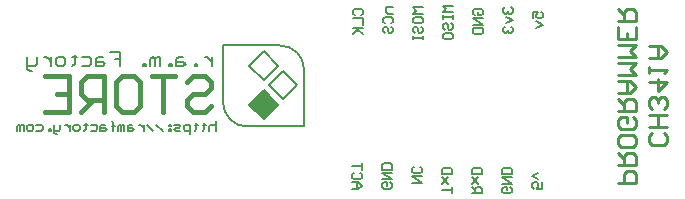
<source format=gbo>
G04 Layer_Color=32896*
%FSLAX25Y25*%
%MOIN*%
G70*
G01*
G75*
%ADD12C,0.00787*%
%ADD13C,0.01000*%
%ADD15C,0.01575*%
%ADD39C,0.00598*%
%ADD59C,0.00600*%
G04:AMPARAMS|DCode=60|XSize=67.64mil|YSize=67.63mil|CornerRadius=0mil|HoleSize=0mil|Usage=FLASHONLY|Rotation=135.000|XOffset=0mil|YOffset=0mil|HoleType=Round|Shape=Rectangle|*
%AMROTATEDRECTD60*
4,1,4,0.04783,-0.00000,0.00000,-0.04783,-0.04783,0.00000,-0.00000,0.04783,0.04783,-0.00000,0.0*
%
%ADD60ROTATEDRECTD60*%

D12*
X446000Y471300D02*
G03*
X454000Y463300I8000J0D01*
G01*
X473000Y482300D02*
G03*
X465000Y490300I-8000J0D01*
G01*
X454717Y483583D02*
X459500Y478800D01*
X446000Y471300D02*
Y490300D01*
X465000D01*
X473000Y463300D02*
Y482300D01*
X454000Y463300D02*
X473000D01*
X461218Y477082D02*
X466000Y472300D01*
X461218Y477082D02*
X466000Y481865D01*
Y472300D02*
X470782Y477082D01*
X466000Y481865D02*
X470782Y477082D01*
X454718Y470583D02*
X459500Y475365D01*
X464282Y470583D01*
X459500Y465800D02*
X464282Y470583D01*
X454718D02*
X459500Y465800D01*
Y478800D02*
X464282Y483582D01*
X459500Y488365D02*
X464282Y483582D01*
X454718D02*
X459500Y488365D01*
X442200Y486449D02*
Y483300D01*
Y484874D01*
X441413Y485661D01*
X440626Y486449D01*
X439839D01*
X437477Y483300D02*
Y484087D01*
X436690D01*
Y483300D01*
X437477D01*
X432754Y486449D02*
X431180D01*
X430393Y485661D01*
Y483300D01*
X432754D01*
X433541Y484087D01*
X432754Y484874D01*
X430393D01*
X428819Y483300D02*
Y484087D01*
X428031D01*
Y483300D01*
X428819D01*
X424883D02*
Y486449D01*
X424096D01*
X423309Y485661D01*
Y483300D01*
Y485661D01*
X422521Y486449D01*
X421734Y485661D01*
Y483300D01*
X420160D02*
Y484087D01*
X419373D01*
Y483300D01*
X420160D01*
X408353Y488023D02*
X411501D01*
Y485661D01*
X409927D01*
X411501D01*
Y483300D01*
X405991Y486449D02*
X404417D01*
X403630Y485661D01*
Y483300D01*
X405991D01*
X406778Y484087D01*
X405991Y484874D01*
X403630D01*
X398907Y486449D02*
X401268D01*
X402056Y485661D01*
Y484087D01*
X401268Y483300D01*
X398907D01*
X396546Y487236D02*
Y486449D01*
X397333D01*
X395758D01*
X396546D01*
Y484087D01*
X395758Y483300D01*
X392610D02*
X391035D01*
X390248Y484087D01*
Y485661D01*
X391035Y486449D01*
X392610D01*
X393397Y485661D01*
Y484087D01*
X392610Y483300D01*
X388674Y486449D02*
Y483300D01*
Y484874D01*
X387887Y485661D01*
X387100Y486449D01*
X386313D01*
X383951D02*
Y484087D01*
X383164Y483300D01*
X380802D01*
Y482513D01*
X381590Y481726D01*
X382377D01*
X380802Y483300D02*
Y486449D01*
D13*
X577500Y444500D02*
X583498D01*
Y447499D01*
X582498Y448499D01*
X580499D01*
X579499Y447499D01*
Y444500D01*
X577500Y450498D02*
X583498D01*
Y453497D01*
X582498Y454497D01*
X580499D01*
X579499Y453497D01*
Y450498D01*
Y452497D02*
X577500Y454497D01*
X583498Y459495D02*
Y457496D01*
X582498Y456496D01*
X578500D01*
X577500Y457496D01*
Y459495D01*
X578500Y460495D01*
X582498D01*
X583498Y459495D01*
X582498Y466493D02*
X583498Y465493D01*
Y463494D01*
X582498Y462494D01*
X578500D01*
X577500Y463494D01*
Y465493D01*
X578500Y466493D01*
X580499D01*
Y464494D01*
X577500Y468492D02*
X583498D01*
Y471491D01*
X582498Y472491D01*
X580499D01*
X579499Y471491D01*
Y468492D01*
Y470492D02*
X577500Y472491D01*
Y474490D02*
X581499D01*
X583498Y476490D01*
X581499Y478489D01*
X577500D01*
X580499D01*
Y474490D01*
X577500Y480488D02*
X583498D01*
X581499Y482488D01*
X583498Y484487D01*
X577500D01*
Y486486D02*
X583498D01*
X581499Y488486D01*
X583498Y490485D01*
X577500D01*
X583498Y496483D02*
Y492485D01*
X577500D01*
Y496483D01*
X580499Y492485D02*
Y494484D01*
X577500Y498483D02*
X583498D01*
Y501482D01*
X582498Y502481D01*
X580499D01*
X579499Y501482D01*
Y498483D01*
Y500482D02*
X577500Y502481D01*
X592998Y460999D02*
X593998Y459999D01*
Y458000D01*
X592998Y457000D01*
X589000D01*
X588000Y458000D01*
Y459999D01*
X589000Y460999D01*
X593998Y462998D02*
X588000D01*
X590999D01*
Y466997D01*
X593998D01*
X588000D01*
X592998Y468996D02*
X593998Y469996D01*
Y471995D01*
X592998Y472995D01*
X591999D01*
X590999Y471995D01*
Y470996D01*
Y471995D01*
X589999Y472995D01*
X589000D01*
X588000Y471995D01*
Y469996D01*
X589000Y468996D01*
X588000Y477993D02*
X593998D01*
X590999Y474994D01*
Y478993D01*
X588000Y480992D02*
Y482992D01*
Y481992D01*
X593998D01*
X592998Y480992D01*
X588000Y485991D02*
X591999D01*
X593998Y487990D01*
X591999Y489989D01*
X588000D01*
X590999D01*
Y485991D01*
D15*
X434019Y478048D02*
X435987Y480016D01*
X439923D01*
X441891Y478048D01*
Y476081D01*
X439923Y474113D01*
X435987D01*
X434019Y472145D01*
Y470177D01*
X435987Y468209D01*
X439923D01*
X441891Y470177D01*
X430084Y480016D02*
X422212D01*
X426148D01*
Y468209D01*
X412373Y480016D02*
X416309D01*
X418277Y478048D01*
Y470177D01*
X416309Y468209D01*
X412373D01*
X410405Y470177D01*
Y478048D01*
X412373Y480016D01*
X406469Y468209D02*
Y480016D01*
X400566D01*
X398598Y478048D01*
Y474113D01*
X400566Y472145D01*
X406469D01*
X402534D02*
X398598Y468209D01*
X386791Y480016D02*
X394662D01*
Y468209D01*
X386791D01*
X394662Y474113D02*
X390726D01*
D39*
X509000Y444500D02*
X512200D01*
X509000Y446633D01*
X512200D01*
X511666Y449833D02*
X512200Y449300D01*
Y448233D01*
X511666Y447700D01*
X509533D01*
X509000Y448233D01*
Y449300D01*
X509533Y449833D01*
X501666Y444633D02*
X502200Y444100D01*
Y443033D01*
X501666Y442500D01*
X499533D01*
X499000Y443033D01*
Y444100D01*
X499533Y444633D01*
X500600D01*
Y443567D01*
X499000Y445700D02*
X502200D01*
X499000Y447833D01*
X502200D01*
Y448900D02*
X499000D01*
Y450499D01*
X499533Y451033D01*
X501666D01*
X502200Y450499D01*
Y448900D01*
X489000Y442500D02*
X491133D01*
X492200Y443567D01*
X491133Y444633D01*
X489000D01*
X490600D01*
Y442500D01*
X491667Y447833D02*
X492200Y447300D01*
Y446233D01*
X491667Y445700D01*
X489533D01*
X489000Y446233D01*
Y447300D01*
X489533Y447833D01*
X492200Y448900D02*
Y451033D01*
Y449966D01*
X489000D01*
X552200Y444633D02*
Y442500D01*
X550600D01*
X551133Y443567D01*
Y444100D01*
X550600Y444633D01*
X549533D01*
X549000Y444100D01*
Y443033D01*
X549533Y442500D01*
X551133Y445700D02*
X549000Y446766D01*
X551133Y447833D01*
X541667Y443133D02*
X542200Y442600D01*
Y441533D01*
X541667Y441000D01*
X539533D01*
X539000Y441533D01*
Y442600D01*
X539533Y443133D01*
X540600D01*
Y442067D01*
X539000Y444200D02*
X542200D01*
X539000Y446333D01*
X542200D01*
Y447400D02*
X539000D01*
Y448999D01*
X539533Y449533D01*
X541667D01*
X542200Y448999D01*
Y447400D01*
X529000Y441000D02*
X532200D01*
Y442600D01*
X531667Y443133D01*
X530600D01*
X530067Y442600D01*
Y441000D01*
Y442067D02*
X529000Y443133D01*
X531133Y444200D02*
X529000Y446333D01*
X530067Y445266D01*
X531133Y446333D01*
X529000Y444200D01*
X532200Y447400D02*
X529000D01*
Y448999D01*
X529533Y449533D01*
X531667D01*
X532200Y448999D01*
Y447400D01*
X522200Y441000D02*
Y443133D01*
Y442067D01*
X519000D01*
X521133Y444200D02*
X519000Y446333D01*
X520067Y445266D01*
X521133Y446333D01*
X519000Y444200D01*
X522200Y447400D02*
X519000D01*
Y448999D01*
X519533Y449533D01*
X521666D01*
X522200Y448999D01*
Y447400D01*
X489833Y500367D02*
X489300Y500900D01*
Y501967D01*
X489833Y502500D01*
X491967D01*
X492500Y501967D01*
Y500900D01*
X491967Y500367D01*
X489300Y499300D02*
X492500D01*
Y497167D01*
X489300Y496101D02*
X492500D01*
X491433D01*
X489300Y493967D01*
X490900Y495567D01*
X492500Y493967D01*
X502500Y503000D02*
X500367D01*
Y501400D01*
X500900Y500867D01*
X502500D01*
X499833Y497667D02*
X499300Y498200D01*
Y499267D01*
X499833Y499800D01*
X501967D01*
X502500Y499267D01*
Y498200D01*
X501967Y497667D01*
X499833Y494467D02*
X499300Y495001D01*
Y496067D01*
X499833Y496600D01*
X500367D01*
X500900Y496067D01*
Y495001D01*
X501433Y494467D01*
X501967D01*
X502500Y495001D01*
Y496067D01*
X501967Y496600D01*
X512500Y503000D02*
X509300D01*
X510367Y501933D01*
X509300Y500867D01*
X512500D01*
X509300Y498200D02*
Y499267D01*
X509833Y499800D01*
X511967D01*
X512500Y499267D01*
Y498200D01*
X511967Y497667D01*
X509833D01*
X509300Y498200D01*
X509833Y494467D02*
X509300Y495001D01*
Y496067D01*
X509833Y496600D01*
X510367D01*
X510900Y496067D01*
Y495001D01*
X511433Y494467D01*
X511967D01*
X512500Y495001D01*
Y496067D01*
X511967Y496600D01*
X509300Y493401D02*
Y492334D01*
Y492867D01*
X512500D01*
Y493401D01*
Y492334D01*
X522500Y503500D02*
X519300D01*
X520367Y502433D01*
X519300Y501367D01*
X522500D01*
X519300Y500300D02*
Y499234D01*
Y499767D01*
X522500D01*
Y500300D01*
Y499234D01*
X519834Y495501D02*
X519300Y496034D01*
Y497100D01*
X519834Y497634D01*
X520367D01*
X520900Y497100D01*
Y496034D01*
X521433Y495501D01*
X521967D01*
X522500Y496034D01*
Y497100D01*
X521967Y497634D01*
X519300Y492834D02*
Y493901D01*
X519834Y494434D01*
X521967D01*
X522500Y493901D01*
Y492834D01*
X521967Y492301D01*
X519834D01*
X519300Y492834D01*
X529834Y500367D02*
X529300Y500900D01*
Y501967D01*
X529834Y502500D01*
X531967D01*
X532500Y501967D01*
Y500900D01*
X531967Y500367D01*
X530900D01*
Y501433D01*
X532500Y499300D02*
X529300D01*
X532500Y497167D01*
X529300D01*
Y496101D02*
X532500D01*
Y494501D01*
X531967Y493967D01*
X529834D01*
X529300Y494501D01*
Y496101D01*
X539833Y503000D02*
X539300Y502467D01*
Y501400D01*
X539833Y500867D01*
X540367D01*
X540900Y501400D01*
Y501933D01*
Y501400D01*
X541433Y500867D01*
X541967D01*
X542500Y501400D01*
Y502467D01*
X541967Y503000D01*
X540367Y499800D02*
X542500Y498734D01*
X540367Y497667D01*
X539833Y496600D02*
X539300Y496067D01*
Y495001D01*
X539833Y494467D01*
X540367D01*
X540900Y495001D01*
Y495534D01*
Y495001D01*
X541433Y494467D01*
X541967D01*
X542500Y495001D01*
Y496067D01*
X541967Y496600D01*
X549300Y499367D02*
Y501500D01*
X550900D01*
X550367Y500433D01*
Y499900D01*
X550900Y499367D01*
X551967D01*
X552500Y499900D01*
Y500967D01*
X551967Y501500D01*
X550367Y498300D02*
X552500Y497234D01*
X550367Y496167D01*
D59*
X443500Y464999D02*
Y461800D01*
Y463400D01*
X442967Y463933D01*
X441900D01*
X441367Y463400D01*
Y461800D01*
X439768Y464466D02*
Y463933D01*
X440301D01*
X439235D01*
X439768D01*
Y462333D01*
X439235Y461800D01*
X437102Y464466D02*
Y463933D01*
X437635D01*
X436569D01*
X437102D01*
Y462333D01*
X436569Y461800D01*
X434969Y460734D02*
Y463933D01*
X433370D01*
X432837Y463400D01*
Y462333D01*
X433370Y461800D01*
X434969D01*
X431771D02*
X430171D01*
X429638Y462333D01*
X430171Y462866D01*
X431237D01*
X431771Y463400D01*
X431237Y463933D01*
X429638D01*
X428572D02*
X428038D01*
Y463400D01*
X428572D01*
Y463933D01*
Y462333D02*
X428038D01*
Y461800D01*
X428572D01*
Y462333D01*
X425906Y461800D02*
X423773Y463933D01*
X422707Y461800D02*
X420574Y463933D01*
X419508D02*
Y461800D01*
Y462866D01*
X418975Y463400D01*
X418441Y463933D01*
X417908D01*
X415776D02*
X414709D01*
X414176Y463400D01*
Y461800D01*
X415776D01*
X416309Y462333D01*
X415776Y462866D01*
X414176D01*
X413110Y461800D02*
Y463933D01*
X412577D01*
X412044Y463400D01*
Y461800D01*
Y463400D01*
X411510Y463933D01*
X410977Y463400D01*
Y461800D01*
X409378D02*
Y464466D01*
Y463400D01*
X409911D01*
X408845D01*
X409378D01*
Y464466D01*
X408845Y464999D01*
X406712Y463933D02*
X405646D01*
X405112Y463400D01*
Y461800D01*
X406712D01*
X407245Y462333D01*
X406712Y462866D01*
X405112D01*
X401913Y463933D02*
X403513D01*
X404046Y463400D01*
Y462333D01*
X403513Y461800D01*
X401913D01*
X400314Y464466D02*
Y463933D01*
X400847D01*
X399781D01*
X400314D01*
Y462333D01*
X399781Y461800D01*
X397648D02*
X396582D01*
X396049Y462333D01*
Y463400D01*
X396582Y463933D01*
X397648D01*
X398181Y463400D01*
Y462333D01*
X397648Y461800D01*
X394982Y463933D02*
Y461800D01*
Y462866D01*
X394449Y463400D01*
X393916Y463933D01*
X393383D01*
X391783D02*
Y462333D01*
X391250Y461800D01*
X389651D01*
Y461267D01*
X390184Y460734D01*
X390717D01*
X389651Y461800D02*
Y463933D01*
X388584Y461800D02*
Y462333D01*
X388051D01*
Y461800D01*
X388584D01*
X383786Y463933D02*
X385385D01*
X385919Y463400D01*
Y462333D01*
X385385Y461800D01*
X383786D01*
X382187D02*
X381120D01*
X380587Y462333D01*
Y463400D01*
X381120Y463933D01*
X382187D01*
X382720Y463400D01*
Y462333D01*
X382187Y461800D01*
X379521D02*
Y463933D01*
X378988D01*
X378454Y463400D01*
Y461800D01*
Y463400D01*
X377921Y463933D01*
X377388Y463400D01*
Y461800D01*
D60*
X459500Y470582D02*
D03*
M02*

</source>
